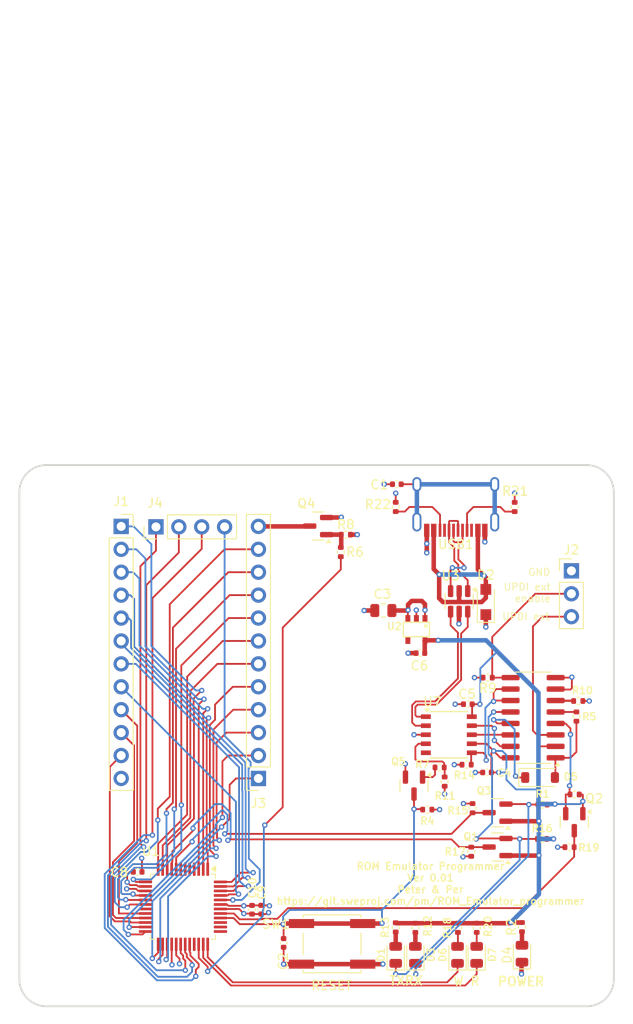
<source format=kicad_pcb>
(kicad_pcb
	(version 20240108)
	(generator "pcbnew")
	(generator_version "8.0")
	(general
		(thickness 1.6)
		(legacy_teardrops no)
	)
	(paper "A4")
	(title_block
		(title "ROM Emulator Programmer")
		(date "2024-10-03")
		(rev "0.01")
		(company "Peter & Per")
	)
	(layers
		(0 "F.Cu" signal)
		(1 "In1.Cu" signal)
		(2 "In2.Cu" signal)
		(31 "B.Cu" signal)
		(32 "B.Adhes" user "B.Adhesive")
		(33 "F.Adhes" user "F.Adhesive")
		(34 "B.Paste" user)
		(35 "F.Paste" user)
		(36 "B.SilkS" user "B.Silkscreen")
		(37 "F.SilkS" user "F.Silkscreen")
		(38 "B.Mask" user)
		(39 "F.Mask" user)
		(40 "Dwgs.User" user "User.Drawings")
		(41 "Cmts.User" user "User.Comments")
		(42 "Eco1.User" user "User.Eco1")
		(43 "Eco2.User" user "User.Eco2")
		(44 "Edge.Cuts" user)
		(45 "Margin" user)
		(46 "B.CrtYd" user "B.Courtyard")
		(47 "F.CrtYd" user "F.Courtyard")
		(48 "B.Fab" user)
		(49 "F.Fab" user)
		(50 "User.1" user)
		(51 "User.2" user)
		(52 "User.3" user)
		(53 "User.4" user)
		(54 "User.5" user)
		(55 "User.6" user)
		(56 "User.7" user)
		(57 "User.8" user)
		(58 "User.9" user)
	)
	(setup
		(stackup
			(layer "F.SilkS"
				(type "Top Silk Screen")
			)
			(layer "F.Paste"
				(type "Top Solder Paste")
			)
			(layer "F.Mask"
				(type "Top Solder Mask")
				(thickness 0.01)
			)
			(layer "F.Cu"
				(type "copper")
				(thickness 0.035)
			)
			(layer "dielectric 1"
				(type "prepreg")
				(thickness 0.1)
				(material "FR4")
				(epsilon_r 4.5)
				(loss_tangent 0.02)
			)
			(layer "In1.Cu"
				(type "copper")
				(thickness 0.035)
			)
			(layer "dielectric 2"
				(type "core")
				(thickness 1.24)
				(material "FR4")
				(epsilon_r 4.5)
				(loss_tangent 0.02)
			)
			(layer "In2.Cu"
				(type "copper")
				(thickness 0.035)
			)
			(layer "dielectric 3"
				(type "prepreg")
				(thickness 0.1)
				(material "FR4")
				(epsilon_r 4.5)
				(loss_tangent 0.02)
			)
			(layer "B.Cu"
				(type "copper")
				(thickness 0.035)
			)
			(layer "B.Mask"
				(type "Bottom Solder Mask")
				(thickness 0.01)
			)
			(layer "B.Paste"
				(type "Bottom Solder Paste")
			)
			(layer "B.SilkS"
				(type "Bottom Silk Screen")
			)
			(copper_finish "None")
			(dielectric_constraints no)
		)
		(pad_to_mask_clearance 0)
		(allow_soldermask_bridges_in_footprints no)
		(pcbplotparams
			(layerselection 0x00010fc_ffffffff)
			(plot_on_all_layers_selection 0x0000000_00000000)
			(disableapertmacros no)
			(usegerberextensions no)
			(usegerberattributes yes)
			(usegerberadvancedattributes yes)
			(creategerberjobfile yes)
			(dashed_line_dash_ratio 12.000000)
			(dashed_line_gap_ratio 3.000000)
			(svgprecision 4)
			(plotframeref no)
			(viasonmask no)
			(mode 1)
			(useauxorigin no)
			(hpglpennumber 1)
			(hpglpenspeed 20)
			(hpglpendiameter 15.000000)
			(pdf_front_fp_property_popups yes)
			(pdf_back_fp_property_popups yes)
			(dxfpolygonmode yes)
			(dxfimperialunits yes)
			(dxfusepcbnewfont yes)
			(psnegative no)
			(psa4output no)
			(plotreference yes)
			(plotvalue yes)
			(plotfptext yes)
			(plotinvisibletext no)
			(sketchpadsonfab no)
			(subtractmaskfromsilk no)
			(outputformat 1)
			(mirror no)
			(drillshape 1)
			(scaleselection 1)
			(outputdirectory "")
		)
	)
	(net 0 "")
	(net 1 "GND")
	(net 2 "/~{RST}")
	(net 3 "+5V")
	(net 4 "+3V3")
	(net 5 "/RX0")
	(net 6 "/TX0")
	(net 7 "/TX_D11")
	(net 8 "/RX_D11")
	(net 9 "/UPDI")
	(net 10 "/D1")
	(net 11 "/A8")
	(net 12 "/A0")
	(net 13 "/D0")
	(net 14 "/A6")
	(net 15 "/D3")
	(net 16 "/A1")
	(net 17 "/A5")
	(net 18 "/A11")
	(net 19 "/A3")
	(net 20 "unconnected-(U1-PE03-Pad33)")
	(net 21 "/A10")
	(net 22 "/A7")
	(net 23 "/A9")
	(net 24 "unconnected-(U1-PC07-Pad19)")
	(net 25 "/D4")
	(net 26 "unconnected-(U1-PF05-Pad39)")
	(net 27 "/D2")
	(net 28 "/A2")
	(net 29 "Net-(J2-Pin_2)")
	(net 30 "/D6")
	(net 31 "/USB_N")
	(net 32 "Net-(USB1-CC1)")
	(net 33 "Net-(USB1-CC2)")
	(net 34 "/VUSB")
	(net 35 "Net-(USB1-DP1)")
	(net 36 "Net-(USB1-DN1)")
	(net 37 "unconnected-(USB1-SBU2-Pad3)")
	(net 38 "unconnected-(USB1-SBU1-Pad9)")
	(net 39 "/A12")
	(net 40 "/A13")
	(net 41 "/D5")
	(net 42 "/D7")
	(net 43 "/A-1")
	(net 44 "/~{OE}")
	(net 45 "Net-(D6-A)")
	(net 46 "unconnected-(U1-PF04-Pad38)")
	(net 47 "/~{BYTE}")
	(net 48 "/~{WE}")
	(net 49 "unconnected-(U1-PF03-Pad37)")
	(net 50 "/R_LED")
	(net 51 "Net-(D1-A)")
	(net 52 "Net-(D3-A)")
	(net 53 "Net-(D4-A)")
	(net 54 "/USB_P")
	(net 55 "/A4")
	(net 56 "Net-(Q4-G)")
	(net 57 "/~{VCC_EN}")
	(net 58 "/VCC_EN")
	(net 59 "unconnected-(U1-PB03-Pad7)")
	(net 60 "unconnected-(U1-PB00-Pad4)")
	(net 61 "unconnected-(U1-PB01-Pad5)")
	(net 62 "unconnected-(U1-PB02-Pad6)")
	(net 63 "Net-(D5-K)")
	(net 64 "Net-(D5-A)")
	(net 65 "Net-(Q2-S)")
	(net 66 "Net-(U6-3Y0)")
	(net 67 "/~{DTR}")
	(net 68 "/~{RTS}")
	(net 69 "unconnected-(U7-~{CTS}-Pad5)")
	(net 70 "/TXD")
	(net 71 "/RXD")
	(net 72 "Net-(U6-~{ENABLE})")
	(net 73 "Net-(J2-Pin_3)")
	(net 74 "Net-(USB1-SHIELD)")
	(net 75 "Net-(Q5-G)")
	(net 76 "/W_LED")
	(net 77 "Net-(D7-A)")
	(footprint "Connector_PinSocket_2.54mm:PinSocket_1x12_P2.54mm_Vertical" (layer "F.Cu") (at 50.546 62.738 180))
	(footprint "Resistor_SMD:R_0402_1005Metric" (layer "F.Cu") (at 74.3204 66.037994 90))
	(footprint "Resistor_SMD:R_0402_1005Metric" (layer "F.Cu") (at 74.168 70.863994 -90))
	(footprint "MountingHole:MountingHole_3mm" (layer "F.Cu") (at 87 31))
	(footprint "Connector_PinSocket_2.54mm:PinSocket_1x12_P2.54mm_Vertical" (layer "F.Cu") (at 35.306 34.798))
	(footprint "Resistor_SMD:R_0402_1005Metric" (layer "F.Cu") (at 73.658 61.214))
	(footprint "Diode_SMD:Nexperia_CFP3_SOD-123W" (layer "F.Cu") (at 75.7936 43.182 90))
	(footprint "Package_TO_SOT_SMD:SOT-23" (layer "F.Cu") (at 77.0913 66.532794 180))
	(footprint "Package_TO_SOT_SMD:SOT-23" (layer "F.Cu") (at 57.1777 34.7624 180))
	(footprint "MountingHole:MountingHole_3mm" (layer "F.Cu") (at 27 85))
	(footprint "ROM_Emulator_programmer:SW_Push_1P1T_NO_CK_K2-1102SP-C4SC-04" (layer "F.Cu") (at 58.7248 81.0768 180))
	(footprint "Resistor_SMD:R_0402_1005Metric" (layer "F.Cu") (at 72.6948 79.2968 90))
	(footprint "Resistor_SMD:R_0402_1005Metric" (layer "F.Cu") (at 65.786 32.642 -90))
	(footprint "Resistor_SMD:R_0402_1005Metric" (layer "F.Cu") (at 70.6628 61.5188))
	(footprint "Resistor_SMD:R_0402_1005Metric" (layer "F.Cu") (at 79.8068 79.2223 90))
	(footprint "Resistor_SMD:R_0402_1005Metric" (layer "F.Cu") (at 82.042 69.443594))
	(footprint "Package_TO_SOT_SMD:SOT-23" (layer "F.Cu") (at 77.0913 70.342794 180))
	(footprint "Resistor_SMD:R_0402_1005Metric" (layer "F.Cu") (at 85.088 70.358 180))
	(footprint "Capacitor_SMD:C_0402_1005Metric" (layer "F.Cu") (at 49.8348 77.2948 -90))
	(footprint "Resistor_SMD:R_0402_1005Metric" (layer "F.Cu") (at 82.0928 65.633594))
	(footprint "LED_SMD:LED_0805_2012Metric" (layer "F.Cu") (at 79.8068 82.1713 90))
	(footprint "Capacitor_SMD:C_0402_1005Metric" (layer "F.Cu") (at 73.7896 54.5084 180))
	(footprint "Package_TO_SOT_SMD:SOT-23" (layer "F.Cu") (at 85.6132 67.5871 -90))
	(footprint "Resistor_SMD:R_0402_1005Metric" (layer "F.Cu") (at 75.9948 51.562 180))
	(footprint "ROM_Emulator_programmer:HRO-TYPE-C-31-M-12" (layer "F.Cu") (at 72.458 27.532 180))
	(footprint "Resistor_SMD:R_0402_1005Metric" (layer "F.Cu") (at 85.6488 64.516))
	(footprint "LED_SMD:LED_0805_2012Metric" (layer "F.Cu") (at 67.9704 82.297996 90))
	(footprint "MountingHole:MountingHole_3mm" (layer "F.Cu") (at 27 31))
	(footprint "Connector_PinHeader_2.54mm:PinHeader_1x04_P2.54mm_Vertical" (layer "F.Cu") (at 39.1668 34.8488 90))
	(footprint "Package_QFP:TQFP-48_7x7mm_P0.5mm" (layer "F.Cu") (at 42.164 76.962 -90))
	(footprint "Diode_SMD:D_SOD-123" (layer "F.Cu") (at 81.8144 62.6364))
	(footprint "LED_SMD:LED_0805_2012Metric" (layer "F.Cu") (at 74.7776 82.3004 90))
	(footprint "MountingHole:MountingHole_3mm" (layer "F.Cu") (at 87 85))
	(footprint "LED_SMD:LED_0805_2012Metric" (layer "F.Cu") (at 72.6522 82.3004 90))
	(footprint "Capacitor_SMD:C_0402_1005Metric" (layer "F.Cu") (at 65.9104 30.1244 180))
	(footprint "Package_SO:SOP-16_3.9x9.9mm_P1.27mm"
		(layer "F.Cu")
		(uuid "a2911efb-5296-4c9c-823b-d7feca838a30")
		(at 81.0402 56.007 180)
		(descr "SOP, 16 Pin (https://www.diodes.com/assets/Datasheets/PAM8403.pdf), generated with kicad-footprint-generator ipc_gullwing_generator.py")
		(tags "SOP SO")
		(property "Reference" "U6"
			(at 2.9098 -5.9182 180)
			(layer "F.SilkS")
			(hide yes)
			(uuid "92a8f6f5-7a3a-4cd5-b6de-9f3ecb039b2b")
			(effects
				(font
					(size 1 1)
					(thickness 0.15)
				)
			)
		)
		(property "Value" "74HC4053D-Q100_118"
			(at 0 5.9 180)
			(layer "F.Fab")
			(uuid "cd1a5cd6-24a4-4041-ae2d-3280dd546bfc")
			(effects
				(font
					(size 1 1)
					(thickness 0.15)
				)
			)
		)
		(property "Footprint" "Package_SO:SOP-16_3.9x9.9mm_P1.27mm"
			(at 0 0 180)
			(unlocked yes)
			(layer "F.Fab")
			(hide yes)
			(uuid "5d87033a-3db4-4df3-ab3a-e53dc559175f")
			(effects
				(font
					(size 1.27 1.27)
					(thickness 0.15)
				)
			)
		)
		(property "Datasheet" ""
			(at 0 0 180)
			(unlocked yes)
			(layer "F.Fab")
			(hide yes)
			(uuid "d53faba7-a342-47df-9135-6e7717e18af0")
			(effects
				(font
					(size 1.27 1.27)
					(thickness 0.15)
				)
			)
		)
		(property "Description" ""
			(at 0 0 180)
			(unlocked yes)
			(layer "F.Fab")
			(hide yes)
			(uuid "49d53464-6c73-4fc0-9c52-94a1c93504a2")
			(effects
				(font
					(size 1.27 1.27)
					(thickness 0.15)
				)
			)
		)
		(property "MF" "Nexperia"
			(at 0 0 180)
			(unlocked yes)
			(layer "F.Fab")
			(hide yes)
			(uuid "9c02373e-997e-43e9-9acb-aba33f8b0fc6")
			(effects
				(font
					(size 1 1)
					(thickness 0.15)
				)
			)
		)
		(property "Description_1" "\n3 Circuit IC Switch 2:1 120Ohm 16-SO\n"
			(at 0 0 180)
			(unlocked yes)
			(layer "F.Fab")
			(hide yes)
			(uuid "a409e20f-89b0-49b9-a452-ac8ff349aa39")
			(effects
				(font
					(size 1 1)
					(thickness 0.15)
				)
			)
		)
		(property "PACKAGE" "SOIC-16"
			(at 0 0 180)
			(unlocked yes)
			(layer "F.Fab")
			(hide yes)
			(uuid "352d3bb5-4c94-46de-b699-0fcc926dee0b")
			(effects
				(font
					(size 1 1)
					(thickness 0.15)
				)
			)
		)
		(property "MPN" "74HC4053D-Q100,118"
			(at 0 0 180)
			(unlocked 
... [537072 chars truncated]
</source>
